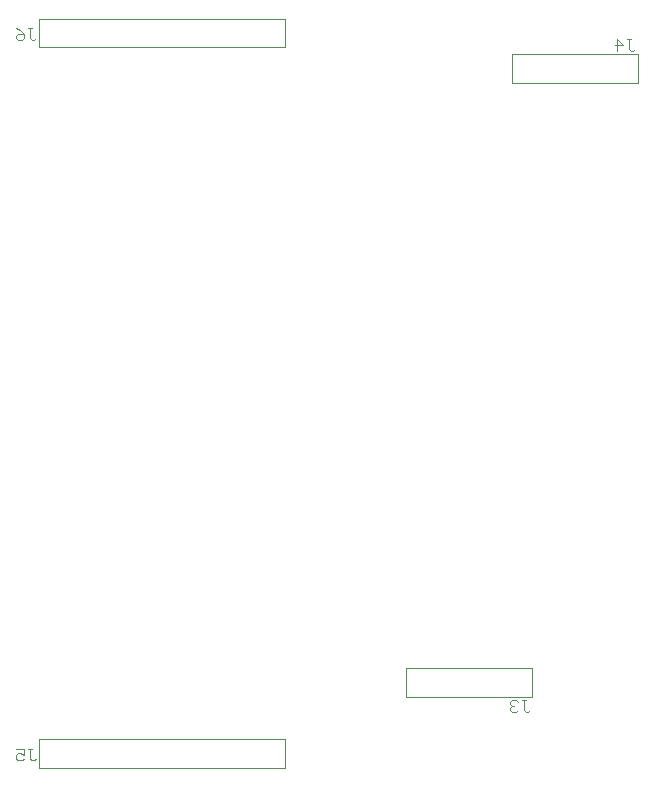
<source format=gbo>
G04*
G04 #@! TF.GenerationSoftware,Altium Limited,Altium Designer,20.0.11 (256)*
G04*
G04 Layer_Color=32896*
%FSLAX44Y44*%
%MOMM*%
G71*
G01*
G75*
%ADD13C,0.1000*%
D13*
X446660Y587933D02*
X553340D01*
Y612064D01*
X446660D02*
X553340D01*
X446660Y587933D02*
Y612064D01*
X356660Y67933D02*
X463340D01*
Y92064D01*
X356660D02*
X463340D01*
X356660Y67933D02*
Y92064D01*
X254135Y617936D02*
Y642066D01*
X45855D02*
X254135D01*
X45855Y617936D02*
Y642066D01*
Y617936D02*
X254135D01*
Y7936D02*
Y32066D01*
X45855D02*
X254135D01*
X45855Y7936D02*
Y32066D01*
Y7936D02*
X254135D01*
X36586Y634247D02*
X39918D01*
X38252D01*
Y625916D01*
X39918Y624250D01*
X41584D01*
X43250Y625916D01*
X26589Y634247D02*
X29921Y632581D01*
X33253Y629248D01*
Y625916D01*
X31587Y624250D01*
X28255D01*
X26589Y625916D01*
Y627582D01*
X28255Y629248D01*
X33253D01*
X36586Y23997D02*
X39918D01*
X38252D01*
Y15666D01*
X39918Y14000D01*
X41584D01*
X43250Y15666D01*
X26589Y23997D02*
X33253D01*
Y18998D01*
X29921Y20665D01*
X28255D01*
X26589Y18998D01*
Y15666D01*
X28255Y14000D01*
X31587D01*
X33253Y15666D01*
X543835Y624497D02*
X547168D01*
X545502D01*
Y616166D01*
X547168Y614500D01*
X548834D01*
X550500Y616166D01*
X535505Y614500D02*
Y624497D01*
X540503Y619498D01*
X533839D01*
X455085Y65247D02*
X458418D01*
X456752D01*
Y56916D01*
X458418Y55250D01*
X460084D01*
X461750Y56916D01*
X451753Y63581D02*
X450087Y65247D01*
X446755D01*
X445089Y63581D01*
Y61915D01*
X446755Y60248D01*
X448421D01*
X446755D01*
X445089Y58582D01*
Y56916D01*
X446755Y55250D01*
X450087D01*
X451753Y56916D01*
M02*

</source>
